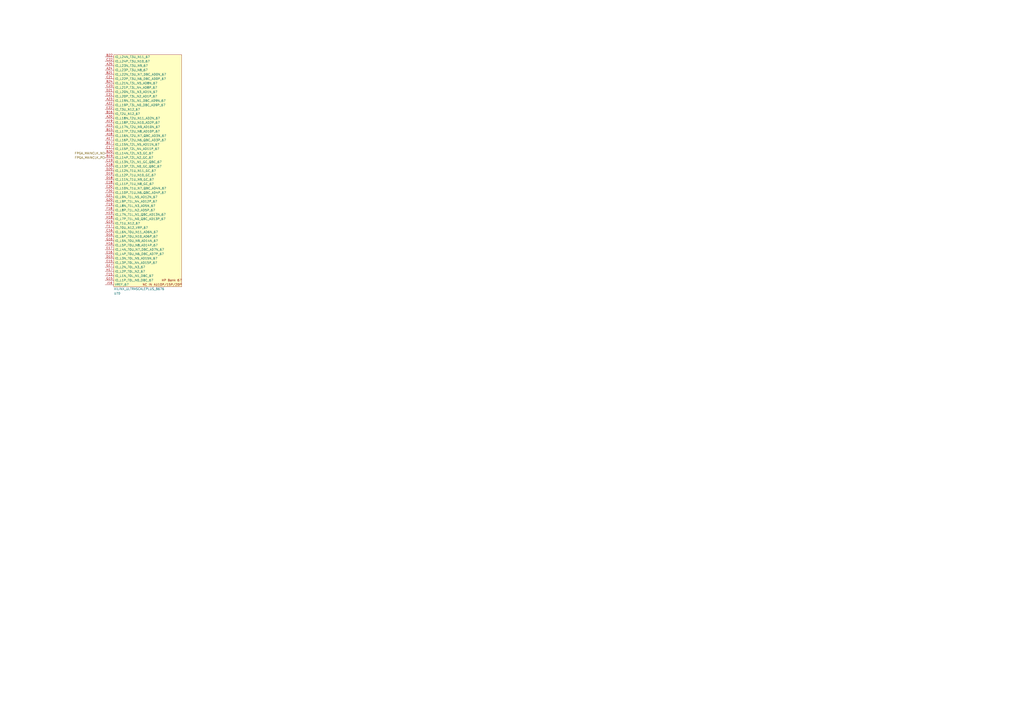
<source format=kicad_sch>
(kicad_sch (version 20211123) (generator eeschema)
  (paper "A2")
  (hierarchical_label "FPGA_MAINCLK_N" (shape input) (at 60.96 88.9 180))
  (hierarchical_label "FPGA_MAINCLK_P" (shape input) (at 60.96 91.44 180))
  (symbol (lib_id "xilinx-azonenberg:XILINX_ULTRASCALEPLUS_B676") (at 66.04 166.37 0) (unit 4)
    (property "Reference" "U?" (at 66.04 170.18 0) (effects (justify left)))
    (property "Value" "XILINX_ULTRASCALEPLUS_B676" (at 66.04 167.64 0) (effects (justify left)))
  )
)
</source>
